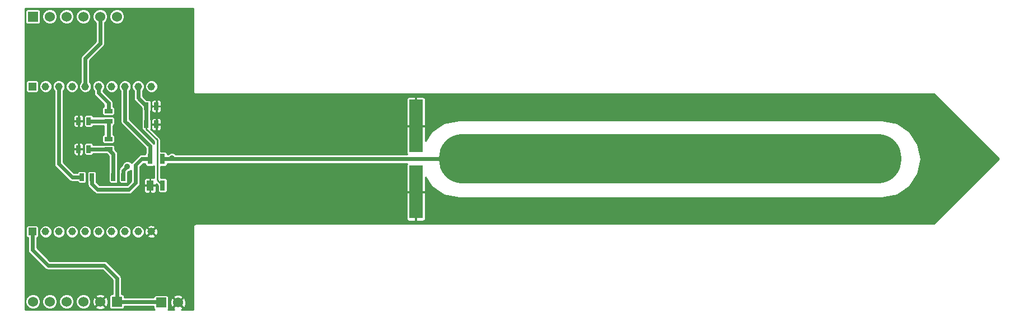
<source format=gtl>
G04 (created by PCBNEW (22-Jun-2014 BZR 4027)-stable) date Thu 31 Jul 2014 05:41:25 PM UTC*
%MOIN*%
G04 Gerber Fmt 3.4, Leading zero omitted, Abs format*
%FSLAX34Y34*%
G01*
G70*
G90*
G04 APERTURE LIST*
%ADD10C,0.00590551*%
%ADD11R,0.025X0.045*%
%ADD12R,0.06X0.06*%
%ADD13C,0.06*%
%ADD14C,0.0453*%
%ADD15R,0.0453X0.0453*%
%ADD16R,0.045X0.025*%
%ADD17R,0.0275591X0.0590551*%
%ADD18R,0.0393701X0.0590551*%
%ADD19O,2.75591X0.295276*%
%ADD20R,0.0787402X0.314961*%
%ADD21C,0.035*%
%ADD22C,0.024*%
%ADD23C,0.01*%
G04 APERTURE END LIST*
G54D10*
G54D11*
X30368Y-33513D03*
X29768Y-33513D03*
X31737Y-29281D03*
X32337Y-29281D03*
X31737Y-30364D03*
X32337Y-30364D03*
G54D12*
X32620Y-40994D03*
G54D13*
X33620Y-40994D03*
G54D12*
X29990Y-40939D03*
G54D13*
X28990Y-40939D03*
X27990Y-40939D03*
X26990Y-40939D03*
X25990Y-40939D03*
X24990Y-40939D03*
G54D12*
X24990Y-23939D03*
G54D13*
X25990Y-23939D03*
X26990Y-23939D03*
X27990Y-23939D03*
X28990Y-23939D03*
X29990Y-23939D03*
G54D14*
X32037Y-28100D03*
X28888Y-28100D03*
X29675Y-28100D03*
X30463Y-28100D03*
X31250Y-28100D03*
X28100Y-28100D03*
X27313Y-28100D03*
X26525Y-28100D03*
G54D15*
X24951Y-28100D03*
G54D14*
X25738Y-28100D03*
X32037Y-36761D03*
X28888Y-36761D03*
X29675Y-36761D03*
X30463Y-36761D03*
X31250Y-36761D03*
X28100Y-36761D03*
X27313Y-36761D03*
X26525Y-36761D03*
G54D15*
X24951Y-36761D03*
G54D14*
X25738Y-36761D03*
G54D16*
X29478Y-30172D03*
X29478Y-29572D03*
X29478Y-31845D03*
X29478Y-31245D03*
G54D11*
X28498Y-33513D03*
X27898Y-33513D03*
X27701Y-30167D03*
X28301Y-30167D03*
X27701Y-31840D03*
X28301Y-31840D03*
G54D17*
X32706Y-32431D03*
X31958Y-32431D03*
X32706Y-34005D03*
G54D18*
X31958Y-34005D03*
G54D19*
X62942Y-32431D03*
G54D20*
X47785Y-34399D03*
X47785Y-30462D03*
G54D21*
X30610Y-32874D03*
X33267Y-32381D03*
G54D22*
X24951Y-36761D02*
X24951Y-37844D01*
X29990Y-39537D02*
X29990Y-40939D01*
X29232Y-38779D02*
X29990Y-39537D01*
X25885Y-38779D02*
X29232Y-38779D01*
X24951Y-37844D02*
X25885Y-38779D01*
X29990Y-40939D02*
X32565Y-40939D01*
X32565Y-40939D02*
X32620Y-40994D01*
G54D23*
X31737Y-30364D02*
X31737Y-30654D01*
X32381Y-33681D02*
X32706Y-34005D01*
X32381Y-31299D02*
X32381Y-33681D01*
X31737Y-30654D02*
X32381Y-31299D01*
G54D22*
X31737Y-29281D02*
X31737Y-30364D01*
X31250Y-28100D02*
X31250Y-28794D01*
X31250Y-28794D02*
X31737Y-29281D01*
X28888Y-28100D02*
X28888Y-28494D01*
X29478Y-29084D02*
X29478Y-29572D01*
X28888Y-28494D02*
X29478Y-29084D01*
X31958Y-32431D02*
X31446Y-32431D01*
X28498Y-33912D02*
X28498Y-33513D01*
X28838Y-34251D02*
X28498Y-33912D01*
X30708Y-34251D02*
X28838Y-34251D01*
X31102Y-33858D02*
X30708Y-34251D01*
X31102Y-32775D02*
X31102Y-33858D01*
X31446Y-32431D02*
X31102Y-32775D01*
X30463Y-28100D02*
X30463Y-30167D01*
X31958Y-31663D02*
X31958Y-32431D01*
X30463Y-30167D02*
X31958Y-31663D01*
X26525Y-28100D02*
X26525Y-32725D01*
X27312Y-33513D02*
X27898Y-33513D01*
X26525Y-32725D02*
X27312Y-33513D01*
X28990Y-23939D02*
X28990Y-25537D01*
X28100Y-26427D02*
X28100Y-28100D01*
X28990Y-25537D02*
X28100Y-26427D01*
X28301Y-30167D02*
X29473Y-30167D01*
X29473Y-30167D02*
X29478Y-30172D01*
X29478Y-31245D02*
X29478Y-30172D01*
X29768Y-33513D02*
X29768Y-32135D01*
X29768Y-32135D02*
X29478Y-31845D01*
X28301Y-31840D02*
X29473Y-31840D01*
X29473Y-31840D02*
X29478Y-31845D01*
X30368Y-33115D02*
X30368Y-33513D01*
X30610Y-32874D02*
X30368Y-33115D01*
X33267Y-32381D02*
X33267Y-32431D01*
X62942Y-32431D02*
X33267Y-32431D01*
X33267Y-32431D02*
X32706Y-32431D01*
G54D10*
G36*
X82486Y-32431D02*
X78620Y-36296D01*
X77846Y-36296D01*
X77846Y-32431D01*
X77670Y-31545D01*
X77168Y-30795D01*
X76417Y-30293D01*
X75532Y-30117D01*
X50353Y-30117D01*
X49467Y-30293D01*
X48717Y-30795D01*
X48349Y-31345D01*
X48349Y-28854D01*
X48323Y-28791D01*
X48275Y-28743D01*
X48213Y-28717D01*
X48145Y-28717D01*
X47837Y-28717D01*
X47795Y-28760D01*
X47795Y-30452D01*
X48306Y-30452D01*
X48349Y-30410D01*
X48349Y-28854D01*
X48349Y-31345D01*
X48349Y-31346D01*
X48349Y-30515D01*
X48306Y-30472D01*
X47795Y-30472D01*
X47795Y-30480D01*
X47775Y-30480D01*
X47775Y-30472D01*
X47775Y-30452D01*
X47775Y-28760D01*
X47732Y-28717D01*
X47425Y-28717D01*
X47357Y-28717D01*
X47295Y-28743D01*
X47247Y-28791D01*
X47221Y-28854D01*
X47221Y-30410D01*
X47264Y-30452D01*
X47775Y-30452D01*
X47775Y-30472D01*
X47264Y-30472D01*
X47221Y-30515D01*
X47221Y-32071D01*
X47247Y-32133D01*
X47275Y-32161D01*
X33506Y-32161D01*
X33452Y-32106D01*
X33332Y-32056D01*
X33203Y-32056D01*
X33083Y-32106D01*
X33028Y-32161D01*
X32994Y-32161D01*
X32994Y-32106D01*
X32971Y-32050D01*
X32929Y-32008D01*
X32874Y-31985D01*
X32814Y-31985D01*
X32632Y-31985D01*
X32632Y-30555D01*
X32632Y-30172D01*
X32632Y-29472D01*
X32632Y-29090D01*
X32632Y-29022D01*
X32606Y-28960D01*
X32558Y-28912D01*
X32496Y-28886D01*
X32413Y-28886D01*
X32413Y-28025D01*
X32356Y-27887D01*
X32250Y-27781D01*
X32112Y-27723D01*
X31962Y-27723D01*
X31824Y-27781D01*
X31718Y-27886D01*
X31660Y-28025D01*
X31660Y-28174D01*
X31717Y-28313D01*
X31823Y-28419D01*
X31961Y-28476D01*
X32111Y-28476D01*
X32250Y-28419D01*
X32356Y-28313D01*
X32413Y-28175D01*
X32413Y-28025D01*
X32413Y-28886D01*
X32389Y-28886D01*
X32347Y-28928D01*
X32347Y-29271D01*
X32589Y-29271D01*
X32632Y-29228D01*
X32632Y-29090D01*
X32632Y-29472D01*
X32632Y-29333D01*
X32589Y-29291D01*
X32347Y-29291D01*
X32347Y-29633D01*
X32389Y-29676D01*
X32496Y-29676D01*
X32558Y-29650D01*
X32606Y-29602D01*
X32632Y-29540D01*
X32632Y-29472D01*
X32632Y-30172D01*
X32632Y-30105D01*
X32606Y-30042D01*
X32558Y-29994D01*
X32496Y-29969D01*
X32389Y-29969D01*
X32347Y-30011D01*
X32347Y-30354D01*
X32589Y-30354D01*
X32632Y-30311D01*
X32632Y-30172D01*
X32632Y-30555D01*
X32632Y-30416D01*
X32589Y-30374D01*
X32347Y-30374D01*
X32347Y-30716D01*
X32389Y-30759D01*
X32496Y-30759D01*
X32558Y-30733D01*
X32606Y-30685D01*
X32632Y-30623D01*
X32632Y-30555D01*
X32632Y-31985D01*
X32581Y-31985D01*
X32581Y-31299D01*
X32566Y-31222D01*
X32566Y-31222D01*
X32552Y-31201D01*
X32523Y-31157D01*
X32523Y-31157D01*
X32327Y-30961D01*
X32327Y-30716D01*
X32327Y-30374D01*
X32327Y-30354D01*
X32327Y-30011D01*
X32327Y-29633D01*
X32327Y-29291D01*
X32327Y-29271D01*
X32327Y-28928D01*
X32284Y-28886D01*
X32178Y-28886D01*
X32116Y-28912D01*
X32068Y-28960D01*
X32042Y-29022D01*
X32042Y-29090D01*
X32042Y-29228D01*
X32084Y-29271D01*
X32327Y-29271D01*
X32327Y-29291D01*
X32084Y-29291D01*
X32042Y-29333D01*
X32042Y-29472D01*
X32042Y-29540D01*
X32068Y-29602D01*
X32116Y-29650D01*
X32178Y-29676D01*
X32284Y-29676D01*
X32327Y-29633D01*
X32327Y-30011D01*
X32284Y-29969D01*
X32178Y-29969D01*
X32116Y-29994D01*
X32068Y-30042D01*
X32042Y-30105D01*
X32042Y-30172D01*
X32042Y-30311D01*
X32084Y-30354D01*
X32327Y-30354D01*
X32327Y-30374D01*
X32084Y-30374D01*
X32042Y-30416D01*
X32042Y-30555D01*
X32042Y-30623D01*
X32068Y-30685D01*
X32116Y-30733D01*
X32178Y-30759D01*
X32284Y-30759D01*
X32327Y-30716D01*
X32327Y-30961D01*
X32004Y-30638D01*
X32012Y-30619D01*
X32012Y-30559D01*
X32012Y-30109D01*
X32007Y-30097D01*
X32007Y-29548D01*
X32012Y-29536D01*
X32012Y-29476D01*
X32012Y-29026D01*
X31989Y-28971D01*
X31947Y-28929D01*
X31892Y-28906D01*
X31832Y-28906D01*
X31744Y-28906D01*
X31520Y-28682D01*
X31520Y-28362D01*
X31569Y-28313D01*
X31626Y-28175D01*
X31626Y-28025D01*
X31569Y-27887D01*
X31463Y-27781D01*
X31325Y-27723D01*
X31175Y-27723D01*
X31037Y-27781D01*
X30931Y-27886D01*
X30873Y-28025D01*
X30873Y-28174D01*
X30930Y-28313D01*
X30980Y-28362D01*
X30980Y-28794D01*
X31000Y-28897D01*
X31059Y-28985D01*
X31462Y-29388D01*
X31462Y-29536D01*
X31467Y-29548D01*
X31467Y-30097D01*
X31462Y-30109D01*
X31462Y-30168D01*
X31462Y-30618D01*
X31485Y-30674D01*
X31527Y-30716D01*
X31551Y-30726D01*
X31552Y-30731D01*
X31595Y-30796D01*
X32181Y-31382D01*
X32181Y-31520D01*
X32149Y-31472D01*
X32149Y-31472D01*
X30733Y-30055D01*
X30733Y-28362D01*
X30782Y-28313D01*
X30839Y-28175D01*
X30839Y-28025D01*
X30782Y-27887D01*
X30676Y-27781D01*
X30538Y-27723D01*
X30440Y-27723D01*
X30440Y-23850D01*
X30371Y-23685D01*
X30245Y-23558D01*
X30080Y-23489D01*
X29901Y-23489D01*
X29735Y-23558D01*
X29608Y-23684D01*
X29540Y-23849D01*
X29540Y-24028D01*
X29608Y-24194D01*
X29734Y-24321D01*
X29900Y-24389D01*
X30079Y-24389D01*
X30244Y-24321D01*
X30371Y-24195D01*
X30440Y-24029D01*
X30440Y-23850D01*
X30440Y-27723D01*
X30388Y-27723D01*
X30250Y-27781D01*
X30144Y-27886D01*
X30086Y-28025D01*
X30086Y-28174D01*
X30143Y-28313D01*
X30193Y-28362D01*
X30193Y-30167D01*
X30213Y-30271D01*
X30272Y-30358D01*
X31688Y-31775D01*
X31688Y-32063D01*
X31670Y-32105D01*
X31670Y-32161D01*
X31446Y-32161D01*
X31446Y-32161D01*
X31426Y-32165D01*
X31343Y-32181D01*
X31255Y-32240D01*
X31255Y-32240D01*
X30911Y-32584D01*
X30858Y-32663D01*
X30858Y-32663D01*
X30794Y-32598D01*
X30675Y-32549D01*
X30545Y-32548D01*
X30426Y-32598D01*
X30334Y-32689D01*
X30285Y-32809D01*
X30285Y-32817D01*
X30177Y-32924D01*
X30119Y-33012D01*
X30098Y-33115D01*
X30098Y-33246D01*
X30093Y-33258D01*
X30093Y-33318D01*
X30093Y-33768D01*
X30116Y-33823D01*
X30158Y-33865D01*
X30213Y-33888D01*
X30273Y-33888D01*
X30523Y-33888D01*
X30578Y-33866D01*
X30620Y-33823D01*
X30643Y-33768D01*
X30643Y-33709D01*
X30643Y-33259D01*
X30638Y-33246D01*
X30638Y-33227D01*
X30667Y-33199D01*
X30674Y-33199D01*
X30794Y-33149D01*
X30832Y-33111D01*
X30832Y-33746D01*
X30596Y-33981D01*
X30051Y-33981D01*
X30051Y-28025D01*
X29994Y-27887D01*
X29888Y-27781D01*
X29750Y-27723D01*
X29600Y-27723D01*
X29462Y-27781D01*
X29440Y-27802D01*
X29440Y-23850D01*
X29371Y-23685D01*
X29245Y-23558D01*
X29080Y-23489D01*
X28901Y-23489D01*
X28735Y-23558D01*
X28608Y-23684D01*
X28540Y-23849D01*
X28540Y-24028D01*
X28608Y-24194D01*
X28720Y-24306D01*
X28720Y-25425D01*
X28440Y-25705D01*
X28440Y-23850D01*
X28371Y-23685D01*
X28245Y-23558D01*
X28080Y-23489D01*
X27901Y-23489D01*
X27735Y-23558D01*
X27608Y-23684D01*
X27540Y-23849D01*
X27540Y-24028D01*
X27608Y-24194D01*
X27734Y-24321D01*
X27900Y-24389D01*
X28079Y-24389D01*
X28244Y-24321D01*
X28371Y-24195D01*
X28440Y-24029D01*
X28440Y-23850D01*
X28440Y-25705D01*
X27909Y-26236D01*
X27850Y-26324D01*
X27830Y-26427D01*
X27830Y-27837D01*
X27781Y-27886D01*
X27723Y-28025D01*
X27723Y-28174D01*
X27780Y-28313D01*
X27886Y-28419D01*
X28024Y-28476D01*
X28174Y-28476D01*
X28313Y-28419D01*
X28419Y-28313D01*
X28476Y-28175D01*
X28476Y-28025D01*
X28419Y-27887D01*
X28370Y-27837D01*
X28370Y-26539D01*
X29181Y-25728D01*
X29239Y-25640D01*
X29239Y-25640D01*
X29260Y-25537D01*
X29260Y-24306D01*
X29371Y-24195D01*
X29440Y-24029D01*
X29440Y-23850D01*
X29440Y-27802D01*
X29356Y-27886D01*
X29298Y-28025D01*
X29298Y-28174D01*
X29355Y-28313D01*
X29461Y-28419D01*
X29599Y-28476D01*
X29749Y-28476D01*
X29888Y-28419D01*
X29994Y-28313D01*
X30051Y-28175D01*
X30051Y-28025D01*
X30051Y-33981D01*
X30043Y-33981D01*
X30043Y-33709D01*
X30043Y-33259D01*
X30038Y-33246D01*
X30038Y-32135D01*
X30018Y-32032D01*
X30018Y-32032D01*
X29959Y-31944D01*
X29959Y-31944D01*
X29853Y-31838D01*
X29853Y-31690D01*
X29853Y-31340D01*
X29853Y-31090D01*
X29830Y-31035D01*
X29788Y-30993D01*
X29748Y-30976D01*
X29748Y-30440D01*
X29788Y-30424D01*
X29830Y-30382D01*
X29853Y-30327D01*
X29853Y-30267D01*
X29853Y-30017D01*
X29853Y-29667D01*
X29853Y-29417D01*
X29830Y-29362D01*
X29788Y-29319D01*
X29748Y-29303D01*
X29748Y-29084D01*
X29727Y-28981D01*
X29727Y-28981D01*
X29669Y-28893D01*
X29669Y-28893D01*
X29158Y-28382D01*
X29158Y-28362D01*
X29207Y-28313D01*
X29264Y-28175D01*
X29264Y-28025D01*
X29207Y-27887D01*
X29101Y-27781D01*
X28963Y-27723D01*
X28813Y-27723D01*
X28675Y-27781D01*
X28569Y-27886D01*
X28511Y-28025D01*
X28511Y-28174D01*
X28568Y-28313D01*
X28618Y-28362D01*
X28618Y-28494D01*
X28638Y-28597D01*
X28697Y-28685D01*
X29208Y-29196D01*
X29208Y-29303D01*
X29168Y-29319D01*
X29126Y-29361D01*
X29103Y-29417D01*
X29103Y-29476D01*
X29103Y-29726D01*
X29126Y-29781D01*
X29168Y-29824D01*
X29223Y-29847D01*
X29283Y-29847D01*
X29733Y-29847D01*
X29788Y-29824D01*
X29830Y-29782D01*
X29853Y-29727D01*
X29853Y-29667D01*
X29853Y-30017D01*
X29830Y-29962D01*
X29788Y-29919D01*
X29733Y-29897D01*
X29673Y-29897D01*
X29223Y-29897D01*
X29222Y-29897D01*
X28570Y-29897D01*
X28554Y-29857D01*
X28512Y-29815D01*
X28456Y-29792D01*
X28397Y-29792D01*
X28147Y-29792D01*
X28092Y-29815D01*
X28049Y-29857D01*
X28026Y-29912D01*
X28026Y-29972D01*
X28026Y-30422D01*
X28049Y-30477D01*
X28091Y-30519D01*
X28147Y-30542D01*
X28206Y-30542D01*
X28456Y-30542D01*
X28511Y-30519D01*
X28554Y-30477D01*
X28570Y-30437D01*
X29200Y-30437D01*
X29208Y-30440D01*
X29208Y-30976D01*
X29168Y-30993D01*
X29126Y-31035D01*
X29103Y-31090D01*
X29103Y-31149D01*
X29103Y-31399D01*
X29126Y-31455D01*
X29168Y-31497D01*
X29223Y-31520D01*
X29283Y-31520D01*
X29733Y-31520D01*
X29788Y-31497D01*
X29830Y-31455D01*
X29853Y-31400D01*
X29853Y-31340D01*
X29853Y-31690D01*
X29830Y-31635D01*
X29788Y-31593D01*
X29733Y-31570D01*
X29673Y-31570D01*
X29223Y-31570D01*
X29222Y-31570D01*
X28570Y-31570D01*
X28554Y-31530D01*
X28512Y-31488D01*
X28456Y-31465D01*
X28397Y-31465D01*
X28147Y-31465D01*
X28092Y-31488D01*
X28049Y-31530D01*
X28026Y-31585D01*
X28026Y-31645D01*
X28026Y-32095D01*
X28049Y-32150D01*
X28091Y-32192D01*
X28147Y-32215D01*
X28206Y-32215D01*
X28456Y-32215D01*
X28511Y-32192D01*
X28554Y-32150D01*
X28570Y-32110D01*
X29200Y-32110D01*
X29223Y-32120D01*
X29283Y-32120D01*
X29371Y-32120D01*
X29498Y-32247D01*
X29498Y-33246D01*
X29493Y-33258D01*
X29493Y-33318D01*
X29493Y-33768D01*
X29516Y-33823D01*
X29558Y-33865D01*
X29613Y-33888D01*
X29673Y-33888D01*
X29923Y-33888D01*
X29978Y-33866D01*
X30020Y-33823D01*
X30043Y-33768D01*
X30043Y-33709D01*
X30043Y-33981D01*
X28950Y-33981D01*
X28768Y-33800D01*
X28768Y-33780D01*
X28773Y-33768D01*
X28773Y-33709D01*
X28773Y-33259D01*
X28751Y-33203D01*
X28708Y-33161D01*
X28653Y-33138D01*
X28594Y-33138D01*
X28344Y-33138D01*
X28288Y-33161D01*
X28246Y-33203D01*
X28223Y-33258D01*
X28223Y-33318D01*
X28223Y-33768D01*
X28228Y-33780D01*
X28228Y-33912D01*
X28249Y-34015D01*
X28307Y-34103D01*
X28647Y-34442D01*
X28735Y-34501D01*
X28735Y-34501D01*
X28838Y-34521D01*
X30708Y-34521D01*
X30811Y-34501D01*
X30811Y-34501D01*
X30899Y-34442D01*
X31293Y-34049D01*
X31293Y-34049D01*
X31293Y-34049D01*
X31351Y-33961D01*
X31351Y-33961D01*
X31372Y-33858D01*
X31372Y-32887D01*
X31558Y-32701D01*
X31670Y-32701D01*
X31670Y-32756D01*
X31693Y-32811D01*
X31735Y-32853D01*
X31790Y-32876D01*
X31850Y-32876D01*
X32126Y-32876D01*
X32181Y-32853D01*
X32181Y-32853D01*
X32181Y-33540D01*
X32011Y-33540D01*
X31968Y-33583D01*
X31968Y-33995D01*
X32283Y-33995D01*
X32325Y-33953D01*
X32325Y-33907D01*
X32418Y-34000D01*
X32418Y-34330D01*
X32441Y-34386D01*
X32483Y-34428D01*
X32538Y-34451D01*
X32598Y-34451D01*
X32874Y-34451D01*
X32929Y-34428D01*
X32971Y-34386D01*
X32994Y-34331D01*
X32994Y-34271D01*
X32994Y-33680D01*
X32971Y-33625D01*
X32929Y-33583D01*
X32874Y-33560D01*
X32814Y-33560D01*
X32581Y-33560D01*
X32581Y-32876D01*
X32598Y-32876D01*
X32874Y-32876D01*
X32929Y-32853D01*
X32971Y-32811D01*
X32994Y-32756D01*
X32994Y-32701D01*
X33188Y-32701D01*
X33202Y-32706D01*
X33332Y-32706D01*
X33346Y-32701D01*
X47275Y-32701D01*
X47247Y-32728D01*
X47221Y-32791D01*
X47221Y-34347D01*
X47264Y-34389D01*
X47775Y-34389D01*
X47775Y-34381D01*
X47795Y-34381D01*
X47795Y-34389D01*
X48306Y-34389D01*
X48349Y-34347D01*
X48349Y-33516D01*
X48717Y-34067D01*
X49467Y-34568D01*
X50353Y-34744D01*
X75532Y-34744D01*
X76417Y-34568D01*
X77168Y-34067D01*
X77670Y-33316D01*
X77846Y-32431D01*
X77846Y-36296D01*
X76722Y-36296D01*
X48349Y-36296D01*
X48349Y-36008D01*
X48349Y-34452D01*
X48306Y-34409D01*
X47795Y-34409D01*
X47795Y-36101D01*
X47837Y-36144D01*
X48145Y-36144D01*
X48213Y-36144D01*
X48275Y-36118D01*
X48323Y-36070D01*
X48349Y-36008D01*
X48349Y-36296D01*
X47775Y-36296D01*
X47775Y-36101D01*
X47775Y-34409D01*
X47264Y-34409D01*
X47221Y-34452D01*
X47221Y-36008D01*
X47247Y-36070D01*
X47295Y-36118D01*
X47357Y-36144D01*
X47425Y-36144D01*
X47732Y-36144D01*
X47775Y-36101D01*
X47775Y-36296D01*
X34694Y-36296D01*
X34629Y-36309D01*
X34574Y-36346D01*
X34538Y-36401D01*
X34525Y-36466D01*
X34525Y-41414D01*
X34091Y-41414D01*
X34091Y-40909D01*
X34023Y-40735D01*
X34013Y-40720D01*
X33935Y-40692D01*
X33921Y-40706D01*
X33921Y-40678D01*
X33893Y-40600D01*
X33722Y-40525D01*
X33535Y-40522D01*
X33361Y-40590D01*
X33346Y-40600D01*
X33318Y-40678D01*
X33620Y-40979D01*
X33921Y-40678D01*
X33921Y-40706D01*
X33634Y-40994D01*
X33935Y-41295D01*
X34013Y-41267D01*
X34088Y-41096D01*
X34091Y-40909D01*
X34091Y-41414D01*
X33834Y-41414D01*
X33878Y-41397D01*
X33893Y-41387D01*
X33921Y-41309D01*
X33620Y-41008D01*
X33605Y-41022D01*
X33605Y-40994D01*
X33304Y-40692D01*
X33226Y-40720D01*
X33151Y-40891D01*
X33148Y-41078D01*
X33216Y-41252D01*
X33226Y-41267D01*
X33304Y-41295D01*
X33605Y-40994D01*
X33605Y-41022D01*
X33318Y-41309D01*
X33346Y-41387D01*
X33409Y-41414D01*
X33011Y-41414D01*
X33047Y-41379D01*
X33070Y-41324D01*
X33070Y-41264D01*
X33070Y-40664D01*
X33047Y-40609D01*
X33005Y-40567D01*
X32950Y-40544D01*
X32890Y-40544D01*
X32434Y-40544D01*
X32434Y-36688D01*
X32376Y-36542D01*
X32369Y-36532D01*
X32325Y-36520D01*
X32325Y-34267D01*
X32325Y-34058D01*
X32283Y-34015D01*
X31968Y-34015D01*
X31968Y-34428D01*
X32011Y-34471D01*
X32189Y-34471D01*
X32251Y-34445D01*
X32299Y-34397D01*
X32325Y-34335D01*
X32325Y-34267D01*
X32325Y-36520D01*
X32299Y-36513D01*
X32285Y-36527D01*
X32285Y-36499D01*
X32266Y-36428D01*
X32121Y-36366D01*
X31963Y-36364D01*
X31948Y-36370D01*
X31948Y-34428D01*
X31948Y-34015D01*
X31948Y-33995D01*
X31948Y-33583D01*
X31906Y-33540D01*
X31728Y-33540D01*
X31665Y-33566D01*
X31617Y-33614D01*
X31591Y-33676D01*
X31591Y-33744D01*
X31591Y-33953D01*
X31634Y-33995D01*
X31948Y-33995D01*
X31948Y-34015D01*
X31634Y-34015D01*
X31591Y-34058D01*
X31591Y-34267D01*
X31591Y-34335D01*
X31617Y-34397D01*
X31665Y-34445D01*
X31728Y-34471D01*
X31906Y-34471D01*
X31948Y-34428D01*
X31948Y-36370D01*
X31817Y-36422D01*
X31807Y-36428D01*
X31788Y-36499D01*
X32037Y-36747D01*
X32285Y-36499D01*
X32285Y-36527D01*
X32051Y-36761D01*
X32299Y-37010D01*
X32369Y-36991D01*
X32432Y-36846D01*
X32434Y-36688D01*
X32434Y-40544D01*
X32290Y-40544D01*
X32285Y-40545D01*
X32285Y-37024D01*
X32037Y-36775D01*
X32022Y-36790D01*
X32022Y-36761D01*
X31774Y-36513D01*
X31704Y-36532D01*
X31641Y-36677D01*
X31639Y-36834D01*
X31697Y-36981D01*
X31704Y-36991D01*
X31774Y-37010D01*
X32022Y-36761D01*
X32022Y-36790D01*
X31788Y-37024D01*
X31807Y-37094D01*
X31952Y-37157D01*
X32110Y-37159D01*
X32256Y-37101D01*
X32266Y-37094D01*
X32285Y-37024D01*
X32285Y-40545D01*
X32235Y-40566D01*
X32192Y-40609D01*
X32170Y-40664D01*
X32170Y-40669D01*
X31626Y-40669D01*
X31626Y-36687D01*
X31569Y-36548D01*
X31463Y-36442D01*
X31325Y-36385D01*
X31175Y-36385D01*
X31037Y-36442D01*
X30931Y-36548D01*
X30873Y-36686D01*
X30873Y-36836D01*
X30930Y-36974D01*
X31036Y-37080D01*
X31174Y-37138D01*
X31324Y-37138D01*
X31463Y-37081D01*
X31569Y-36975D01*
X31626Y-36837D01*
X31626Y-36687D01*
X31626Y-40669D01*
X30839Y-40669D01*
X30839Y-36687D01*
X30782Y-36548D01*
X30676Y-36442D01*
X30538Y-36385D01*
X30388Y-36385D01*
X30250Y-36442D01*
X30144Y-36548D01*
X30086Y-36686D01*
X30086Y-36836D01*
X30143Y-36974D01*
X30249Y-37080D01*
X30387Y-37138D01*
X30537Y-37138D01*
X30676Y-37081D01*
X30782Y-36975D01*
X30839Y-36837D01*
X30839Y-36687D01*
X30839Y-40669D01*
X30440Y-40669D01*
X30440Y-40610D01*
X30417Y-40554D01*
X30375Y-40512D01*
X30320Y-40489D01*
X30260Y-40489D01*
X30260Y-40489D01*
X30260Y-39537D01*
X30239Y-39434D01*
X30239Y-39434D01*
X30181Y-39346D01*
X30051Y-39217D01*
X30051Y-36687D01*
X29994Y-36548D01*
X29888Y-36442D01*
X29750Y-36385D01*
X29600Y-36385D01*
X29462Y-36442D01*
X29356Y-36548D01*
X29298Y-36686D01*
X29298Y-36836D01*
X29355Y-36974D01*
X29461Y-37080D01*
X29599Y-37138D01*
X29749Y-37138D01*
X29888Y-37081D01*
X29994Y-36975D01*
X30051Y-36837D01*
X30051Y-36687D01*
X30051Y-39217D01*
X29423Y-38588D01*
X29335Y-38530D01*
X29264Y-38515D01*
X29264Y-36687D01*
X29207Y-36548D01*
X29101Y-36442D01*
X28963Y-36385D01*
X28813Y-36385D01*
X28675Y-36442D01*
X28569Y-36548D01*
X28511Y-36686D01*
X28511Y-36836D01*
X28568Y-36974D01*
X28674Y-37080D01*
X28812Y-37138D01*
X28962Y-37138D01*
X29101Y-37081D01*
X29207Y-36975D01*
X29264Y-36837D01*
X29264Y-36687D01*
X29264Y-38515D01*
X29232Y-38509D01*
X28476Y-38509D01*
X28476Y-36687D01*
X28419Y-36548D01*
X28313Y-36442D01*
X28175Y-36385D01*
X28173Y-36385D01*
X28173Y-33709D01*
X28173Y-33259D01*
X28151Y-33203D01*
X28108Y-33161D01*
X28053Y-33138D01*
X27996Y-33138D01*
X27996Y-32031D01*
X27996Y-31649D01*
X27996Y-30358D01*
X27996Y-29975D01*
X27996Y-29908D01*
X27971Y-29845D01*
X27923Y-29798D01*
X27860Y-29772D01*
X27754Y-29772D01*
X27711Y-29814D01*
X27711Y-30157D01*
X27954Y-30157D01*
X27996Y-30114D01*
X27996Y-29975D01*
X27996Y-30358D01*
X27996Y-30219D01*
X27954Y-30177D01*
X27711Y-30177D01*
X27711Y-30519D01*
X27754Y-30562D01*
X27860Y-30562D01*
X27923Y-30536D01*
X27971Y-30488D01*
X27996Y-30426D01*
X27996Y-30358D01*
X27996Y-31649D01*
X27996Y-31581D01*
X27971Y-31519D01*
X27923Y-31471D01*
X27860Y-31445D01*
X27754Y-31445D01*
X27711Y-31488D01*
X27711Y-31830D01*
X27954Y-31830D01*
X27996Y-31788D01*
X27996Y-31649D01*
X27996Y-32031D01*
X27996Y-31893D01*
X27954Y-31850D01*
X27711Y-31850D01*
X27711Y-32193D01*
X27754Y-32235D01*
X27860Y-32235D01*
X27923Y-32209D01*
X27971Y-32161D01*
X27996Y-32099D01*
X27996Y-32031D01*
X27996Y-33138D01*
X27994Y-33138D01*
X27744Y-33138D01*
X27691Y-33160D01*
X27691Y-32193D01*
X27691Y-31850D01*
X27691Y-31830D01*
X27691Y-31488D01*
X27691Y-30519D01*
X27691Y-30177D01*
X27691Y-30157D01*
X27691Y-29814D01*
X27689Y-29812D01*
X27689Y-28025D01*
X27632Y-27887D01*
X27526Y-27781D01*
X27440Y-27745D01*
X27440Y-23850D01*
X27371Y-23685D01*
X27245Y-23558D01*
X27080Y-23489D01*
X26901Y-23489D01*
X26735Y-23558D01*
X26608Y-23684D01*
X26540Y-23849D01*
X26540Y-24028D01*
X26608Y-24194D01*
X26734Y-24321D01*
X26900Y-24389D01*
X27079Y-24389D01*
X27244Y-24321D01*
X27371Y-24195D01*
X27440Y-24029D01*
X27440Y-23850D01*
X27440Y-27745D01*
X27388Y-27723D01*
X27238Y-27723D01*
X27100Y-27781D01*
X26994Y-27886D01*
X26936Y-28025D01*
X26936Y-28174D01*
X26993Y-28313D01*
X27099Y-28419D01*
X27237Y-28476D01*
X27387Y-28476D01*
X27526Y-28419D01*
X27632Y-28313D01*
X27689Y-28175D01*
X27689Y-28025D01*
X27689Y-29812D01*
X27649Y-29772D01*
X27543Y-29772D01*
X27480Y-29798D01*
X27432Y-29845D01*
X27406Y-29908D01*
X27406Y-29975D01*
X27406Y-30114D01*
X27449Y-30157D01*
X27691Y-30157D01*
X27691Y-30177D01*
X27449Y-30177D01*
X27406Y-30219D01*
X27406Y-30358D01*
X27406Y-30426D01*
X27432Y-30488D01*
X27480Y-30536D01*
X27543Y-30562D01*
X27649Y-30562D01*
X27691Y-30519D01*
X27691Y-31488D01*
X27649Y-31445D01*
X27543Y-31445D01*
X27480Y-31471D01*
X27432Y-31519D01*
X27406Y-31581D01*
X27406Y-31649D01*
X27406Y-31788D01*
X27449Y-31830D01*
X27691Y-31830D01*
X27691Y-31850D01*
X27449Y-31850D01*
X27406Y-31893D01*
X27406Y-32031D01*
X27406Y-32099D01*
X27432Y-32161D01*
X27480Y-32209D01*
X27543Y-32235D01*
X27649Y-32235D01*
X27691Y-32193D01*
X27691Y-33160D01*
X27688Y-33161D01*
X27646Y-33203D01*
X27630Y-33243D01*
X27424Y-33243D01*
X26795Y-32614D01*
X26795Y-28362D01*
X26844Y-28313D01*
X26901Y-28175D01*
X26901Y-28025D01*
X26844Y-27887D01*
X26738Y-27781D01*
X26600Y-27723D01*
X26450Y-27723D01*
X26440Y-27728D01*
X26440Y-23850D01*
X26371Y-23685D01*
X26245Y-23558D01*
X26080Y-23489D01*
X25901Y-23489D01*
X25735Y-23558D01*
X25608Y-23684D01*
X25540Y-23849D01*
X25540Y-24028D01*
X25608Y-24194D01*
X25734Y-24321D01*
X25900Y-24389D01*
X26079Y-24389D01*
X26244Y-24321D01*
X26371Y-24195D01*
X26440Y-24029D01*
X26440Y-23850D01*
X26440Y-27728D01*
X26312Y-27781D01*
X26206Y-27886D01*
X26148Y-28025D01*
X26148Y-28174D01*
X26205Y-28313D01*
X26255Y-28362D01*
X26255Y-32725D01*
X26275Y-32829D01*
X26334Y-32916D01*
X27122Y-33704D01*
X27209Y-33763D01*
X27209Y-33763D01*
X27312Y-33783D01*
X27630Y-33783D01*
X27646Y-33823D01*
X27688Y-33865D01*
X27743Y-33888D01*
X27803Y-33888D01*
X28053Y-33888D01*
X28108Y-33866D01*
X28150Y-33823D01*
X28173Y-33768D01*
X28173Y-33709D01*
X28173Y-36385D01*
X28025Y-36385D01*
X27887Y-36442D01*
X27781Y-36548D01*
X27723Y-36686D01*
X27723Y-36836D01*
X27780Y-36974D01*
X27886Y-37080D01*
X28024Y-37138D01*
X28174Y-37138D01*
X28313Y-37081D01*
X28419Y-36975D01*
X28476Y-36837D01*
X28476Y-36687D01*
X28476Y-38509D01*
X27689Y-38509D01*
X27689Y-36687D01*
X27632Y-36548D01*
X27526Y-36442D01*
X27388Y-36385D01*
X27238Y-36385D01*
X27100Y-36442D01*
X26994Y-36548D01*
X26936Y-36686D01*
X26936Y-36836D01*
X26993Y-36974D01*
X27099Y-37080D01*
X27237Y-37138D01*
X27387Y-37138D01*
X27526Y-37081D01*
X27632Y-36975D01*
X27689Y-36837D01*
X27689Y-36687D01*
X27689Y-38509D01*
X26901Y-38509D01*
X26901Y-36687D01*
X26844Y-36548D01*
X26738Y-36442D01*
X26600Y-36385D01*
X26450Y-36385D01*
X26312Y-36442D01*
X26206Y-36548D01*
X26148Y-36686D01*
X26148Y-36836D01*
X26205Y-36974D01*
X26311Y-37080D01*
X26449Y-37138D01*
X26599Y-37138D01*
X26738Y-37081D01*
X26844Y-36975D01*
X26901Y-36837D01*
X26901Y-36687D01*
X26901Y-38509D01*
X26114Y-38509D01*
X26114Y-36687D01*
X26114Y-28025D01*
X26057Y-27887D01*
X25951Y-27781D01*
X25813Y-27723D01*
X25663Y-27723D01*
X25525Y-27781D01*
X25440Y-27865D01*
X25440Y-24210D01*
X25440Y-23610D01*
X25417Y-23554D01*
X25375Y-23512D01*
X25320Y-23489D01*
X25260Y-23489D01*
X24660Y-23489D01*
X24605Y-23512D01*
X24563Y-23554D01*
X24540Y-23609D01*
X24540Y-23669D01*
X24540Y-24269D01*
X24562Y-24324D01*
X24605Y-24366D01*
X24660Y-24389D01*
X24719Y-24389D01*
X25319Y-24389D01*
X25375Y-24367D01*
X25417Y-24324D01*
X25440Y-24269D01*
X25440Y-24210D01*
X25440Y-27865D01*
X25419Y-27886D01*
X25361Y-28025D01*
X25361Y-28174D01*
X25418Y-28313D01*
X25524Y-28419D01*
X25662Y-28476D01*
X25812Y-28476D01*
X25951Y-28419D01*
X26057Y-28313D01*
X26114Y-28175D01*
X26114Y-28025D01*
X26114Y-36687D01*
X26057Y-36548D01*
X25951Y-36442D01*
X25813Y-36385D01*
X25663Y-36385D01*
X25525Y-36442D01*
X25419Y-36548D01*
X25361Y-36686D01*
X25361Y-36836D01*
X25418Y-36974D01*
X25524Y-37080D01*
X25662Y-37138D01*
X25812Y-37138D01*
X25951Y-37081D01*
X26057Y-36975D01*
X26114Y-36837D01*
X26114Y-36687D01*
X26114Y-38509D01*
X25997Y-38509D01*
X25221Y-37732D01*
X25221Y-37132D01*
X25262Y-37115D01*
X25304Y-37073D01*
X25327Y-37018D01*
X25327Y-36958D01*
X25327Y-36505D01*
X25327Y-28297D01*
X25327Y-27844D01*
X25304Y-27789D01*
X25262Y-27746D01*
X25207Y-27723D01*
X25147Y-27723D01*
X24694Y-27723D01*
X24639Y-27746D01*
X24597Y-27788D01*
X24574Y-27843D01*
X24574Y-27903D01*
X24574Y-28356D01*
X24597Y-28411D01*
X24639Y-28453D01*
X24694Y-28476D01*
X24754Y-28476D01*
X25207Y-28476D01*
X25262Y-28454D01*
X25304Y-28411D01*
X25327Y-28356D01*
X25327Y-28297D01*
X25327Y-36505D01*
X25304Y-36450D01*
X25262Y-36408D01*
X25207Y-36385D01*
X25147Y-36385D01*
X24694Y-36385D01*
X24639Y-36408D01*
X24597Y-36450D01*
X24574Y-36505D01*
X24574Y-36565D01*
X24574Y-37018D01*
X24597Y-37073D01*
X24639Y-37115D01*
X24681Y-37132D01*
X24681Y-37844D01*
X24701Y-37948D01*
X24760Y-38035D01*
X25694Y-38970D01*
X25782Y-39028D01*
X25782Y-39028D01*
X25885Y-39049D01*
X29120Y-39049D01*
X29720Y-39649D01*
X29720Y-40489D01*
X29660Y-40489D01*
X29605Y-40512D01*
X29563Y-40554D01*
X29540Y-40609D01*
X29540Y-40669D01*
X29540Y-41269D01*
X29562Y-41324D01*
X29605Y-41366D01*
X29660Y-41389D01*
X29719Y-41389D01*
X30319Y-41389D01*
X30375Y-41367D01*
X30417Y-41324D01*
X30440Y-41269D01*
X30440Y-41210D01*
X30440Y-41209D01*
X32170Y-41209D01*
X32170Y-41323D01*
X32192Y-41378D01*
X32228Y-41414D01*
X29461Y-41414D01*
X29461Y-40854D01*
X29393Y-40680D01*
X29383Y-40666D01*
X29305Y-40638D01*
X29291Y-40652D01*
X29291Y-40623D01*
X29263Y-40546D01*
X29092Y-40471D01*
X28905Y-40468D01*
X28731Y-40536D01*
X28716Y-40546D01*
X28688Y-40623D01*
X28990Y-40925D01*
X29291Y-40623D01*
X29291Y-40652D01*
X29004Y-40939D01*
X29305Y-41241D01*
X29383Y-41213D01*
X29458Y-41041D01*
X29461Y-40854D01*
X29461Y-41414D01*
X29291Y-41414D01*
X29291Y-41255D01*
X28990Y-40953D01*
X28976Y-40968D01*
X28976Y-40939D01*
X28674Y-40638D01*
X28596Y-40666D01*
X28521Y-40837D01*
X28518Y-41024D01*
X28586Y-41198D01*
X28596Y-41213D01*
X28674Y-41241D01*
X28976Y-40939D01*
X28976Y-40968D01*
X28688Y-41255D01*
X28716Y-41333D01*
X28888Y-41407D01*
X29074Y-41411D01*
X29249Y-41343D01*
X29263Y-41333D01*
X29291Y-41255D01*
X29291Y-41414D01*
X28440Y-41414D01*
X28440Y-40850D01*
X28371Y-40685D01*
X28245Y-40558D01*
X28080Y-40489D01*
X27901Y-40489D01*
X27735Y-40558D01*
X27608Y-40684D01*
X27540Y-40849D01*
X27540Y-41028D01*
X27608Y-41194D01*
X27734Y-41321D01*
X27900Y-41389D01*
X28079Y-41389D01*
X28244Y-41321D01*
X28371Y-41195D01*
X28440Y-41029D01*
X28440Y-40850D01*
X28440Y-41414D01*
X27440Y-41414D01*
X27440Y-40850D01*
X27371Y-40685D01*
X27245Y-40558D01*
X27080Y-40489D01*
X26901Y-40489D01*
X26735Y-40558D01*
X26608Y-40684D01*
X26540Y-40849D01*
X26540Y-41028D01*
X26608Y-41194D01*
X26734Y-41321D01*
X26900Y-41389D01*
X27079Y-41389D01*
X27244Y-41321D01*
X27371Y-41195D01*
X27440Y-41029D01*
X27440Y-40850D01*
X27440Y-41414D01*
X26440Y-41414D01*
X26440Y-40850D01*
X26371Y-40685D01*
X26245Y-40558D01*
X26080Y-40489D01*
X25901Y-40489D01*
X25735Y-40558D01*
X25608Y-40684D01*
X25540Y-40849D01*
X25540Y-41028D01*
X25608Y-41194D01*
X25734Y-41321D01*
X25900Y-41389D01*
X26079Y-41389D01*
X26244Y-41321D01*
X26371Y-41195D01*
X26440Y-41029D01*
X26440Y-40850D01*
X26440Y-41414D01*
X25440Y-41414D01*
X25440Y-40850D01*
X25371Y-40685D01*
X25245Y-40558D01*
X25080Y-40489D01*
X24901Y-40489D01*
X24735Y-40558D01*
X24608Y-40684D01*
X24540Y-40849D01*
X24540Y-41028D01*
X24608Y-41194D01*
X24734Y-41321D01*
X24900Y-41389D01*
X25079Y-41389D01*
X25244Y-41321D01*
X25371Y-41195D01*
X25440Y-41029D01*
X25440Y-40850D01*
X25440Y-41414D01*
X24529Y-41414D01*
X24529Y-23447D01*
X34525Y-23447D01*
X34525Y-28395D01*
X34538Y-28460D01*
X34574Y-28515D01*
X34629Y-28552D01*
X34694Y-28565D01*
X76722Y-28565D01*
X78620Y-28565D01*
X82486Y-32431D01*
X82486Y-32431D01*
G37*
G54D23*
X82486Y-32431D02*
X78620Y-36296D01*
X77846Y-36296D01*
X77846Y-32431D01*
X77670Y-31545D01*
X77168Y-30795D01*
X76417Y-30293D01*
X75532Y-30117D01*
X50353Y-30117D01*
X49467Y-30293D01*
X48717Y-30795D01*
X48349Y-31345D01*
X48349Y-28854D01*
X48323Y-28791D01*
X48275Y-28743D01*
X48213Y-28717D01*
X48145Y-28717D01*
X47837Y-28717D01*
X47795Y-28760D01*
X47795Y-30452D01*
X48306Y-30452D01*
X48349Y-30410D01*
X48349Y-28854D01*
X48349Y-31345D01*
X48349Y-31346D01*
X48349Y-30515D01*
X48306Y-30472D01*
X47795Y-30472D01*
X47795Y-30480D01*
X47775Y-30480D01*
X47775Y-30472D01*
X47775Y-30452D01*
X47775Y-28760D01*
X47732Y-28717D01*
X47425Y-28717D01*
X47357Y-28717D01*
X47295Y-28743D01*
X47247Y-28791D01*
X47221Y-28854D01*
X47221Y-30410D01*
X47264Y-30452D01*
X47775Y-30452D01*
X47775Y-30472D01*
X47264Y-30472D01*
X47221Y-30515D01*
X47221Y-32071D01*
X47247Y-32133D01*
X47275Y-32161D01*
X33506Y-32161D01*
X33452Y-32106D01*
X33332Y-32056D01*
X33203Y-32056D01*
X33083Y-32106D01*
X33028Y-32161D01*
X32994Y-32161D01*
X32994Y-32106D01*
X32971Y-32050D01*
X32929Y-32008D01*
X32874Y-31985D01*
X32814Y-31985D01*
X32632Y-31985D01*
X32632Y-30555D01*
X32632Y-30172D01*
X32632Y-29472D01*
X32632Y-29090D01*
X32632Y-29022D01*
X32606Y-28960D01*
X32558Y-28912D01*
X32496Y-28886D01*
X32413Y-28886D01*
X32413Y-28025D01*
X32356Y-27887D01*
X32250Y-27781D01*
X32112Y-27723D01*
X31962Y-27723D01*
X31824Y-27781D01*
X31718Y-27886D01*
X31660Y-28025D01*
X31660Y-28174D01*
X31717Y-28313D01*
X31823Y-28419D01*
X31961Y-28476D01*
X32111Y-28476D01*
X32250Y-28419D01*
X32356Y-28313D01*
X32413Y-28175D01*
X32413Y-28025D01*
X32413Y-28886D01*
X32389Y-28886D01*
X32347Y-28928D01*
X32347Y-29271D01*
X32589Y-29271D01*
X32632Y-29228D01*
X32632Y-29090D01*
X32632Y-29472D01*
X32632Y-29333D01*
X32589Y-29291D01*
X32347Y-29291D01*
X32347Y-29633D01*
X32389Y-29676D01*
X32496Y-29676D01*
X32558Y-29650D01*
X32606Y-29602D01*
X32632Y-29540D01*
X32632Y-29472D01*
X32632Y-30172D01*
X32632Y-30105D01*
X32606Y-30042D01*
X32558Y-29994D01*
X32496Y-29969D01*
X32389Y-29969D01*
X32347Y-30011D01*
X32347Y-30354D01*
X32589Y-30354D01*
X32632Y-30311D01*
X32632Y-30172D01*
X32632Y-30555D01*
X32632Y-30416D01*
X32589Y-30374D01*
X32347Y-30374D01*
X32347Y-30716D01*
X32389Y-30759D01*
X32496Y-30759D01*
X32558Y-30733D01*
X32606Y-30685D01*
X32632Y-30623D01*
X32632Y-30555D01*
X32632Y-31985D01*
X32581Y-31985D01*
X32581Y-31299D01*
X32566Y-31222D01*
X32566Y-31222D01*
X32552Y-31201D01*
X32523Y-31157D01*
X32523Y-31157D01*
X32327Y-30961D01*
X32327Y-30716D01*
X32327Y-30374D01*
X32327Y-30354D01*
X32327Y-30011D01*
X32327Y-29633D01*
X32327Y-29291D01*
X32327Y-29271D01*
X32327Y-28928D01*
X32284Y-28886D01*
X32178Y-28886D01*
X32116Y-28912D01*
X32068Y-28960D01*
X32042Y-29022D01*
X32042Y-29090D01*
X32042Y-29228D01*
X32084Y-29271D01*
X32327Y-29271D01*
X32327Y-29291D01*
X32084Y-29291D01*
X32042Y-29333D01*
X32042Y-29472D01*
X32042Y-29540D01*
X32068Y-29602D01*
X32116Y-29650D01*
X32178Y-29676D01*
X32284Y-29676D01*
X32327Y-29633D01*
X32327Y-30011D01*
X32284Y-29969D01*
X32178Y-29969D01*
X32116Y-29994D01*
X32068Y-30042D01*
X32042Y-30105D01*
X32042Y-30172D01*
X32042Y-30311D01*
X32084Y-30354D01*
X32327Y-30354D01*
X32327Y-30374D01*
X32084Y-30374D01*
X32042Y-30416D01*
X32042Y-30555D01*
X32042Y-30623D01*
X32068Y-30685D01*
X32116Y-30733D01*
X32178Y-30759D01*
X32284Y-30759D01*
X32327Y-30716D01*
X32327Y-30961D01*
X32004Y-30638D01*
X32012Y-30619D01*
X32012Y-30559D01*
X32012Y-30109D01*
X32007Y-30097D01*
X32007Y-29548D01*
X32012Y-29536D01*
X32012Y-29476D01*
X32012Y-29026D01*
X31989Y-28971D01*
X31947Y-28929D01*
X31892Y-28906D01*
X31832Y-28906D01*
X31744Y-28906D01*
X31520Y-28682D01*
X31520Y-28362D01*
X31569Y-28313D01*
X31626Y-28175D01*
X31626Y-28025D01*
X31569Y-27887D01*
X31463Y-27781D01*
X31325Y-27723D01*
X31175Y-27723D01*
X31037Y-27781D01*
X30931Y-27886D01*
X30873Y-28025D01*
X30873Y-28174D01*
X30930Y-28313D01*
X30980Y-28362D01*
X30980Y-28794D01*
X31000Y-28897D01*
X31059Y-28985D01*
X31462Y-29388D01*
X31462Y-29536D01*
X31467Y-29548D01*
X31467Y-30097D01*
X31462Y-30109D01*
X31462Y-30168D01*
X31462Y-30618D01*
X31485Y-30674D01*
X31527Y-30716D01*
X31551Y-30726D01*
X31552Y-30731D01*
X31595Y-30796D01*
X32181Y-31382D01*
X32181Y-31520D01*
X32149Y-31472D01*
X32149Y-31472D01*
X30733Y-30055D01*
X30733Y-28362D01*
X30782Y-28313D01*
X30839Y-28175D01*
X30839Y-28025D01*
X30782Y-27887D01*
X30676Y-27781D01*
X30538Y-27723D01*
X30440Y-27723D01*
X30440Y-23850D01*
X30371Y-23685D01*
X30245Y-23558D01*
X30080Y-23489D01*
X29901Y-23489D01*
X29735Y-23558D01*
X29608Y-23684D01*
X29540Y-23849D01*
X29540Y-24028D01*
X29608Y-24194D01*
X29734Y-24321D01*
X29900Y-24389D01*
X30079Y-24389D01*
X30244Y-24321D01*
X30371Y-24195D01*
X30440Y-24029D01*
X30440Y-23850D01*
X30440Y-27723D01*
X30388Y-27723D01*
X30250Y-27781D01*
X30144Y-27886D01*
X30086Y-28025D01*
X30086Y-28174D01*
X30143Y-28313D01*
X30193Y-28362D01*
X30193Y-30167D01*
X30213Y-30271D01*
X30272Y-30358D01*
X31688Y-31775D01*
X31688Y-32063D01*
X31670Y-32105D01*
X31670Y-32161D01*
X31446Y-32161D01*
X31446Y-32161D01*
X31426Y-32165D01*
X31343Y-32181D01*
X31255Y-32240D01*
X31255Y-32240D01*
X30911Y-32584D01*
X30858Y-32663D01*
X30858Y-32663D01*
X30794Y-32598D01*
X30675Y-32549D01*
X30545Y-32548D01*
X30426Y-32598D01*
X30334Y-32689D01*
X30285Y-32809D01*
X30285Y-32817D01*
X30177Y-32924D01*
X30119Y-33012D01*
X30098Y-33115D01*
X30098Y-33246D01*
X30093Y-33258D01*
X30093Y-33318D01*
X30093Y-33768D01*
X30116Y-33823D01*
X30158Y-33865D01*
X30213Y-33888D01*
X30273Y-33888D01*
X30523Y-33888D01*
X30578Y-33866D01*
X30620Y-33823D01*
X30643Y-33768D01*
X30643Y-33709D01*
X30643Y-33259D01*
X30638Y-33246D01*
X30638Y-33227D01*
X30667Y-33199D01*
X30674Y-33199D01*
X30794Y-33149D01*
X30832Y-33111D01*
X30832Y-33746D01*
X30596Y-33981D01*
X30051Y-33981D01*
X30051Y-28025D01*
X29994Y-27887D01*
X29888Y-27781D01*
X29750Y-27723D01*
X29600Y-27723D01*
X29462Y-27781D01*
X29440Y-27802D01*
X29440Y-23850D01*
X29371Y-23685D01*
X29245Y-23558D01*
X29080Y-23489D01*
X28901Y-23489D01*
X28735Y-23558D01*
X28608Y-23684D01*
X28540Y-23849D01*
X28540Y-24028D01*
X28608Y-24194D01*
X28720Y-24306D01*
X28720Y-25425D01*
X28440Y-25705D01*
X28440Y-23850D01*
X28371Y-23685D01*
X28245Y-23558D01*
X28080Y-23489D01*
X27901Y-23489D01*
X27735Y-23558D01*
X27608Y-23684D01*
X27540Y-23849D01*
X27540Y-24028D01*
X27608Y-24194D01*
X27734Y-24321D01*
X27900Y-24389D01*
X28079Y-24389D01*
X28244Y-24321D01*
X28371Y-24195D01*
X28440Y-24029D01*
X28440Y-23850D01*
X28440Y-25705D01*
X27909Y-26236D01*
X27850Y-26324D01*
X27830Y-26427D01*
X27830Y-27837D01*
X27781Y-27886D01*
X27723Y-28025D01*
X27723Y-28174D01*
X27780Y-28313D01*
X27886Y-28419D01*
X28024Y-28476D01*
X28174Y-28476D01*
X28313Y-28419D01*
X28419Y-28313D01*
X28476Y-28175D01*
X28476Y-28025D01*
X28419Y-27887D01*
X28370Y-27837D01*
X28370Y-26539D01*
X29181Y-25728D01*
X29239Y-25640D01*
X29239Y-25640D01*
X29260Y-25537D01*
X29260Y-24306D01*
X29371Y-24195D01*
X29440Y-24029D01*
X29440Y-23850D01*
X29440Y-27802D01*
X29356Y-27886D01*
X29298Y-28025D01*
X29298Y-28174D01*
X29355Y-28313D01*
X29461Y-28419D01*
X29599Y-28476D01*
X29749Y-28476D01*
X29888Y-28419D01*
X29994Y-28313D01*
X30051Y-28175D01*
X30051Y-28025D01*
X30051Y-33981D01*
X30043Y-33981D01*
X30043Y-33709D01*
X30043Y-33259D01*
X30038Y-33246D01*
X30038Y-32135D01*
X30018Y-32032D01*
X30018Y-32032D01*
X29959Y-31944D01*
X29959Y-31944D01*
X29853Y-31838D01*
X29853Y-31690D01*
X29853Y-31340D01*
X29853Y-31090D01*
X29830Y-31035D01*
X29788Y-30993D01*
X29748Y-30976D01*
X29748Y-30440D01*
X29788Y-30424D01*
X29830Y-30382D01*
X29853Y-30327D01*
X29853Y-30267D01*
X29853Y-30017D01*
X29853Y-29667D01*
X29853Y-29417D01*
X29830Y-29362D01*
X29788Y-29319D01*
X29748Y-29303D01*
X29748Y-29084D01*
X29727Y-28981D01*
X29727Y-28981D01*
X29669Y-28893D01*
X29669Y-28893D01*
X29158Y-28382D01*
X29158Y-28362D01*
X29207Y-28313D01*
X29264Y-28175D01*
X29264Y-28025D01*
X29207Y-27887D01*
X29101Y-27781D01*
X28963Y-27723D01*
X28813Y-27723D01*
X28675Y-27781D01*
X28569Y-27886D01*
X28511Y-28025D01*
X28511Y-28174D01*
X28568Y-28313D01*
X28618Y-28362D01*
X28618Y-28494D01*
X28638Y-28597D01*
X28697Y-28685D01*
X29208Y-29196D01*
X29208Y-29303D01*
X29168Y-29319D01*
X29126Y-29361D01*
X29103Y-29417D01*
X29103Y-29476D01*
X29103Y-29726D01*
X29126Y-29781D01*
X29168Y-29824D01*
X29223Y-29847D01*
X29283Y-29847D01*
X29733Y-29847D01*
X29788Y-29824D01*
X29830Y-29782D01*
X29853Y-29727D01*
X29853Y-29667D01*
X29853Y-30017D01*
X29830Y-29962D01*
X29788Y-29919D01*
X29733Y-29897D01*
X29673Y-29897D01*
X29223Y-29897D01*
X29222Y-29897D01*
X28570Y-29897D01*
X28554Y-29857D01*
X28512Y-29815D01*
X28456Y-29792D01*
X28397Y-29792D01*
X28147Y-29792D01*
X28092Y-29815D01*
X28049Y-29857D01*
X28026Y-29912D01*
X28026Y-29972D01*
X28026Y-30422D01*
X28049Y-30477D01*
X28091Y-30519D01*
X28147Y-30542D01*
X28206Y-30542D01*
X28456Y-30542D01*
X28511Y-30519D01*
X28554Y-30477D01*
X28570Y-30437D01*
X29200Y-30437D01*
X29208Y-30440D01*
X29208Y-30976D01*
X29168Y-30993D01*
X29126Y-31035D01*
X29103Y-31090D01*
X29103Y-31149D01*
X29103Y-31399D01*
X29126Y-31455D01*
X29168Y-31497D01*
X29223Y-31520D01*
X29283Y-31520D01*
X29733Y-31520D01*
X29788Y-31497D01*
X29830Y-31455D01*
X29853Y-31400D01*
X29853Y-31340D01*
X29853Y-31690D01*
X29830Y-31635D01*
X29788Y-31593D01*
X29733Y-31570D01*
X29673Y-31570D01*
X29223Y-31570D01*
X29222Y-31570D01*
X28570Y-31570D01*
X28554Y-31530D01*
X28512Y-31488D01*
X28456Y-31465D01*
X28397Y-31465D01*
X28147Y-31465D01*
X28092Y-31488D01*
X28049Y-31530D01*
X28026Y-31585D01*
X28026Y-31645D01*
X28026Y-32095D01*
X28049Y-32150D01*
X28091Y-32192D01*
X28147Y-32215D01*
X28206Y-32215D01*
X28456Y-32215D01*
X28511Y-32192D01*
X28554Y-32150D01*
X28570Y-32110D01*
X29200Y-32110D01*
X29223Y-32120D01*
X29283Y-32120D01*
X29371Y-32120D01*
X29498Y-32247D01*
X29498Y-33246D01*
X29493Y-33258D01*
X29493Y-33318D01*
X29493Y-33768D01*
X29516Y-33823D01*
X29558Y-33865D01*
X29613Y-33888D01*
X29673Y-33888D01*
X29923Y-33888D01*
X29978Y-33866D01*
X30020Y-33823D01*
X30043Y-33768D01*
X30043Y-33709D01*
X30043Y-33981D01*
X28950Y-33981D01*
X28768Y-33800D01*
X28768Y-33780D01*
X28773Y-33768D01*
X28773Y-33709D01*
X28773Y-33259D01*
X28751Y-33203D01*
X28708Y-33161D01*
X28653Y-33138D01*
X28594Y-33138D01*
X28344Y-33138D01*
X28288Y-33161D01*
X28246Y-33203D01*
X28223Y-33258D01*
X28223Y-33318D01*
X28223Y-33768D01*
X28228Y-33780D01*
X28228Y-33912D01*
X28249Y-34015D01*
X28307Y-34103D01*
X28647Y-34442D01*
X28735Y-34501D01*
X28735Y-34501D01*
X28838Y-34521D01*
X30708Y-34521D01*
X30811Y-34501D01*
X30811Y-34501D01*
X30899Y-34442D01*
X31293Y-34049D01*
X31293Y-34049D01*
X31293Y-34049D01*
X31351Y-33961D01*
X31351Y-33961D01*
X31372Y-33858D01*
X31372Y-32887D01*
X31558Y-32701D01*
X31670Y-32701D01*
X31670Y-32756D01*
X31693Y-32811D01*
X31735Y-32853D01*
X31790Y-32876D01*
X31850Y-32876D01*
X32126Y-32876D01*
X32181Y-32853D01*
X32181Y-32853D01*
X32181Y-33540D01*
X32011Y-33540D01*
X31968Y-33583D01*
X31968Y-33995D01*
X32283Y-33995D01*
X32325Y-33953D01*
X32325Y-33907D01*
X32418Y-34000D01*
X32418Y-34330D01*
X32441Y-34386D01*
X32483Y-34428D01*
X32538Y-34451D01*
X32598Y-34451D01*
X32874Y-34451D01*
X32929Y-34428D01*
X32971Y-34386D01*
X32994Y-34331D01*
X32994Y-34271D01*
X32994Y-33680D01*
X32971Y-33625D01*
X32929Y-33583D01*
X32874Y-33560D01*
X32814Y-33560D01*
X32581Y-33560D01*
X32581Y-32876D01*
X32598Y-32876D01*
X32874Y-32876D01*
X32929Y-32853D01*
X32971Y-32811D01*
X32994Y-32756D01*
X32994Y-32701D01*
X33188Y-32701D01*
X33202Y-32706D01*
X33332Y-32706D01*
X33346Y-32701D01*
X47275Y-32701D01*
X47247Y-32728D01*
X47221Y-32791D01*
X47221Y-34347D01*
X47264Y-34389D01*
X47775Y-34389D01*
X47775Y-34381D01*
X47795Y-34381D01*
X47795Y-34389D01*
X48306Y-34389D01*
X48349Y-34347D01*
X48349Y-33516D01*
X48717Y-34067D01*
X49467Y-34568D01*
X50353Y-34744D01*
X75532Y-34744D01*
X76417Y-34568D01*
X77168Y-34067D01*
X77670Y-33316D01*
X77846Y-32431D01*
X77846Y-36296D01*
X76722Y-36296D01*
X48349Y-36296D01*
X48349Y-36008D01*
X48349Y-34452D01*
X48306Y-34409D01*
X47795Y-34409D01*
X47795Y-36101D01*
X47837Y-36144D01*
X48145Y-36144D01*
X48213Y-36144D01*
X48275Y-36118D01*
X48323Y-36070D01*
X48349Y-36008D01*
X48349Y-36296D01*
X47775Y-36296D01*
X47775Y-36101D01*
X47775Y-34409D01*
X47264Y-34409D01*
X47221Y-34452D01*
X47221Y-36008D01*
X47247Y-36070D01*
X47295Y-36118D01*
X47357Y-36144D01*
X47425Y-36144D01*
X47732Y-36144D01*
X47775Y-36101D01*
X47775Y-36296D01*
X34694Y-36296D01*
X34629Y-36309D01*
X34574Y-36346D01*
X34538Y-36401D01*
X34525Y-36466D01*
X34525Y-41414D01*
X34091Y-41414D01*
X34091Y-40909D01*
X34023Y-40735D01*
X34013Y-40720D01*
X33935Y-40692D01*
X33921Y-40706D01*
X33921Y-40678D01*
X33893Y-40600D01*
X33722Y-40525D01*
X33535Y-40522D01*
X33361Y-40590D01*
X33346Y-40600D01*
X33318Y-40678D01*
X33620Y-40979D01*
X33921Y-40678D01*
X33921Y-40706D01*
X33634Y-40994D01*
X33935Y-41295D01*
X34013Y-41267D01*
X34088Y-41096D01*
X34091Y-40909D01*
X34091Y-41414D01*
X33834Y-41414D01*
X33878Y-41397D01*
X33893Y-41387D01*
X33921Y-41309D01*
X33620Y-41008D01*
X33605Y-41022D01*
X33605Y-40994D01*
X33304Y-40692D01*
X33226Y-40720D01*
X33151Y-40891D01*
X33148Y-41078D01*
X33216Y-41252D01*
X33226Y-41267D01*
X33304Y-41295D01*
X33605Y-40994D01*
X33605Y-41022D01*
X33318Y-41309D01*
X33346Y-41387D01*
X33409Y-41414D01*
X33011Y-41414D01*
X33047Y-41379D01*
X33070Y-41324D01*
X33070Y-41264D01*
X33070Y-40664D01*
X33047Y-40609D01*
X33005Y-40567D01*
X32950Y-40544D01*
X32890Y-40544D01*
X32434Y-40544D01*
X32434Y-36688D01*
X32376Y-36542D01*
X32369Y-36532D01*
X32325Y-36520D01*
X32325Y-34267D01*
X32325Y-34058D01*
X32283Y-34015D01*
X31968Y-34015D01*
X31968Y-34428D01*
X32011Y-34471D01*
X32189Y-34471D01*
X32251Y-34445D01*
X32299Y-34397D01*
X32325Y-34335D01*
X32325Y-34267D01*
X32325Y-36520D01*
X32299Y-36513D01*
X32285Y-36527D01*
X32285Y-36499D01*
X32266Y-36428D01*
X32121Y-36366D01*
X31963Y-36364D01*
X31948Y-36370D01*
X31948Y-34428D01*
X31948Y-34015D01*
X31948Y-33995D01*
X31948Y-33583D01*
X31906Y-33540D01*
X31728Y-33540D01*
X31665Y-33566D01*
X31617Y-33614D01*
X31591Y-33676D01*
X31591Y-33744D01*
X31591Y-33953D01*
X31634Y-33995D01*
X31948Y-33995D01*
X31948Y-34015D01*
X31634Y-34015D01*
X31591Y-34058D01*
X31591Y-34267D01*
X31591Y-34335D01*
X31617Y-34397D01*
X31665Y-34445D01*
X31728Y-34471D01*
X31906Y-34471D01*
X31948Y-34428D01*
X31948Y-36370D01*
X31817Y-36422D01*
X31807Y-36428D01*
X31788Y-36499D01*
X32037Y-36747D01*
X32285Y-36499D01*
X32285Y-36527D01*
X32051Y-36761D01*
X32299Y-37010D01*
X32369Y-36991D01*
X32432Y-36846D01*
X32434Y-36688D01*
X32434Y-40544D01*
X32290Y-40544D01*
X32285Y-40545D01*
X32285Y-37024D01*
X32037Y-36775D01*
X32022Y-36790D01*
X32022Y-36761D01*
X31774Y-36513D01*
X31704Y-36532D01*
X31641Y-36677D01*
X31639Y-36834D01*
X31697Y-36981D01*
X31704Y-36991D01*
X31774Y-37010D01*
X32022Y-36761D01*
X32022Y-36790D01*
X31788Y-37024D01*
X31807Y-37094D01*
X31952Y-37157D01*
X32110Y-37159D01*
X32256Y-37101D01*
X32266Y-37094D01*
X32285Y-37024D01*
X32285Y-40545D01*
X32235Y-40566D01*
X32192Y-40609D01*
X32170Y-40664D01*
X32170Y-40669D01*
X31626Y-40669D01*
X31626Y-36687D01*
X31569Y-36548D01*
X31463Y-36442D01*
X31325Y-36385D01*
X31175Y-36385D01*
X31037Y-36442D01*
X30931Y-36548D01*
X30873Y-36686D01*
X30873Y-36836D01*
X30930Y-36974D01*
X31036Y-37080D01*
X31174Y-37138D01*
X31324Y-37138D01*
X31463Y-37081D01*
X31569Y-36975D01*
X31626Y-36837D01*
X31626Y-36687D01*
X31626Y-40669D01*
X30839Y-40669D01*
X30839Y-36687D01*
X30782Y-36548D01*
X30676Y-36442D01*
X30538Y-36385D01*
X30388Y-36385D01*
X30250Y-36442D01*
X30144Y-36548D01*
X30086Y-36686D01*
X30086Y-36836D01*
X30143Y-36974D01*
X30249Y-37080D01*
X30387Y-37138D01*
X30537Y-37138D01*
X30676Y-37081D01*
X30782Y-36975D01*
X30839Y-36837D01*
X30839Y-36687D01*
X30839Y-40669D01*
X30440Y-40669D01*
X30440Y-40610D01*
X30417Y-40554D01*
X30375Y-40512D01*
X30320Y-40489D01*
X30260Y-40489D01*
X30260Y-40489D01*
X30260Y-39537D01*
X30239Y-39434D01*
X30239Y-39434D01*
X30181Y-39346D01*
X30051Y-39217D01*
X30051Y-36687D01*
X29994Y-36548D01*
X29888Y-36442D01*
X29750Y-36385D01*
X29600Y-36385D01*
X29462Y-36442D01*
X29356Y-36548D01*
X29298Y-36686D01*
X29298Y-36836D01*
X29355Y-36974D01*
X29461Y-37080D01*
X29599Y-37138D01*
X29749Y-37138D01*
X29888Y-37081D01*
X29994Y-36975D01*
X30051Y-36837D01*
X30051Y-36687D01*
X30051Y-39217D01*
X29423Y-38588D01*
X29335Y-38530D01*
X29264Y-38515D01*
X29264Y-36687D01*
X29207Y-36548D01*
X29101Y-36442D01*
X28963Y-36385D01*
X28813Y-36385D01*
X28675Y-36442D01*
X28569Y-36548D01*
X28511Y-36686D01*
X28511Y-36836D01*
X28568Y-36974D01*
X28674Y-37080D01*
X28812Y-37138D01*
X28962Y-37138D01*
X29101Y-37081D01*
X29207Y-36975D01*
X29264Y-36837D01*
X29264Y-36687D01*
X29264Y-38515D01*
X29232Y-38509D01*
X28476Y-38509D01*
X28476Y-36687D01*
X28419Y-36548D01*
X28313Y-36442D01*
X28175Y-36385D01*
X28173Y-36385D01*
X28173Y-33709D01*
X28173Y-33259D01*
X28151Y-33203D01*
X28108Y-33161D01*
X28053Y-33138D01*
X27996Y-33138D01*
X27996Y-32031D01*
X27996Y-31649D01*
X27996Y-30358D01*
X27996Y-29975D01*
X27996Y-29908D01*
X27971Y-29845D01*
X27923Y-29798D01*
X27860Y-29772D01*
X27754Y-29772D01*
X27711Y-29814D01*
X27711Y-30157D01*
X27954Y-30157D01*
X27996Y-30114D01*
X27996Y-29975D01*
X27996Y-30358D01*
X27996Y-30219D01*
X27954Y-30177D01*
X27711Y-30177D01*
X27711Y-30519D01*
X27754Y-30562D01*
X27860Y-30562D01*
X27923Y-30536D01*
X27971Y-30488D01*
X27996Y-30426D01*
X27996Y-30358D01*
X27996Y-31649D01*
X27996Y-31581D01*
X27971Y-31519D01*
X27923Y-31471D01*
X27860Y-31445D01*
X27754Y-31445D01*
X27711Y-31488D01*
X27711Y-31830D01*
X27954Y-31830D01*
X27996Y-31788D01*
X27996Y-31649D01*
X27996Y-32031D01*
X27996Y-31893D01*
X27954Y-31850D01*
X27711Y-31850D01*
X27711Y-32193D01*
X27754Y-32235D01*
X27860Y-32235D01*
X27923Y-32209D01*
X27971Y-32161D01*
X27996Y-32099D01*
X27996Y-32031D01*
X27996Y-33138D01*
X27994Y-33138D01*
X27744Y-33138D01*
X27691Y-33160D01*
X27691Y-32193D01*
X27691Y-31850D01*
X27691Y-31830D01*
X27691Y-31488D01*
X27691Y-30519D01*
X27691Y-30177D01*
X27691Y-30157D01*
X27691Y-29814D01*
X27689Y-29812D01*
X27689Y-28025D01*
X27632Y-27887D01*
X27526Y-27781D01*
X27440Y-27745D01*
X27440Y-23850D01*
X27371Y-23685D01*
X27245Y-23558D01*
X27080Y-23489D01*
X26901Y-23489D01*
X26735Y-23558D01*
X26608Y-23684D01*
X26540Y-23849D01*
X26540Y-24028D01*
X26608Y-24194D01*
X26734Y-24321D01*
X26900Y-24389D01*
X27079Y-24389D01*
X27244Y-24321D01*
X27371Y-24195D01*
X27440Y-24029D01*
X27440Y-23850D01*
X27440Y-27745D01*
X27388Y-27723D01*
X27238Y-27723D01*
X27100Y-27781D01*
X26994Y-27886D01*
X26936Y-28025D01*
X26936Y-28174D01*
X26993Y-28313D01*
X27099Y-28419D01*
X27237Y-28476D01*
X27387Y-28476D01*
X27526Y-28419D01*
X27632Y-28313D01*
X27689Y-28175D01*
X27689Y-28025D01*
X27689Y-29812D01*
X27649Y-29772D01*
X27543Y-29772D01*
X27480Y-29798D01*
X27432Y-29845D01*
X27406Y-29908D01*
X27406Y-29975D01*
X27406Y-30114D01*
X27449Y-30157D01*
X27691Y-30157D01*
X27691Y-30177D01*
X27449Y-30177D01*
X27406Y-30219D01*
X27406Y-30358D01*
X27406Y-30426D01*
X27432Y-30488D01*
X27480Y-30536D01*
X27543Y-30562D01*
X27649Y-30562D01*
X27691Y-30519D01*
X27691Y-31488D01*
X27649Y-31445D01*
X27543Y-31445D01*
X27480Y-31471D01*
X27432Y-31519D01*
X27406Y-31581D01*
X27406Y-31649D01*
X27406Y-31788D01*
X27449Y-31830D01*
X27691Y-31830D01*
X27691Y-31850D01*
X27449Y-31850D01*
X27406Y-31893D01*
X27406Y-32031D01*
X27406Y-32099D01*
X27432Y-32161D01*
X27480Y-32209D01*
X27543Y-32235D01*
X27649Y-32235D01*
X27691Y-32193D01*
X27691Y-33160D01*
X27688Y-33161D01*
X27646Y-33203D01*
X27630Y-33243D01*
X27424Y-33243D01*
X26795Y-32614D01*
X26795Y-28362D01*
X26844Y-28313D01*
X26901Y-28175D01*
X26901Y-28025D01*
X26844Y-27887D01*
X26738Y-27781D01*
X26600Y-27723D01*
X26450Y-27723D01*
X26440Y-27728D01*
X26440Y-23850D01*
X26371Y-23685D01*
X26245Y-23558D01*
X26080Y-23489D01*
X25901Y-23489D01*
X25735Y-23558D01*
X25608Y-23684D01*
X25540Y-23849D01*
X25540Y-24028D01*
X25608Y-24194D01*
X25734Y-24321D01*
X25900Y-24389D01*
X26079Y-24389D01*
X26244Y-24321D01*
X26371Y-24195D01*
X26440Y-24029D01*
X26440Y-23850D01*
X26440Y-27728D01*
X26312Y-27781D01*
X26206Y-27886D01*
X26148Y-28025D01*
X26148Y-28174D01*
X26205Y-28313D01*
X26255Y-28362D01*
X26255Y-32725D01*
X26275Y-32829D01*
X26334Y-32916D01*
X27122Y-33704D01*
X27209Y-33763D01*
X27209Y-33763D01*
X27312Y-33783D01*
X27630Y-33783D01*
X27646Y-33823D01*
X27688Y-33865D01*
X27743Y-33888D01*
X27803Y-33888D01*
X28053Y-33888D01*
X28108Y-33866D01*
X28150Y-33823D01*
X28173Y-33768D01*
X28173Y-33709D01*
X28173Y-36385D01*
X28025Y-36385D01*
X27887Y-36442D01*
X27781Y-36548D01*
X27723Y-36686D01*
X27723Y-36836D01*
X27780Y-36974D01*
X27886Y-37080D01*
X28024Y-37138D01*
X28174Y-37138D01*
X28313Y-37081D01*
X28419Y-36975D01*
X28476Y-36837D01*
X28476Y-36687D01*
X28476Y-38509D01*
X27689Y-38509D01*
X27689Y-36687D01*
X27632Y-36548D01*
X27526Y-36442D01*
X27388Y-36385D01*
X27238Y-36385D01*
X27100Y-36442D01*
X26994Y-36548D01*
X26936Y-36686D01*
X26936Y-36836D01*
X26993Y-36974D01*
X27099Y-37080D01*
X27237Y-37138D01*
X27387Y-37138D01*
X27526Y-37081D01*
X27632Y-36975D01*
X27689Y-36837D01*
X27689Y-36687D01*
X27689Y-38509D01*
X26901Y-38509D01*
X26901Y-36687D01*
X26844Y-36548D01*
X26738Y-36442D01*
X26600Y-36385D01*
X26450Y-36385D01*
X26312Y-36442D01*
X26206Y-36548D01*
X26148Y-36686D01*
X26148Y-36836D01*
X26205Y-36974D01*
X26311Y-37080D01*
X26449Y-37138D01*
X26599Y-37138D01*
X26738Y-37081D01*
X26844Y-36975D01*
X26901Y-36837D01*
X26901Y-36687D01*
X26901Y-38509D01*
X26114Y-38509D01*
X26114Y-36687D01*
X26114Y-28025D01*
X26057Y-27887D01*
X25951Y-27781D01*
X25813Y-27723D01*
X25663Y-27723D01*
X25525Y-27781D01*
X25440Y-27865D01*
X25440Y-24210D01*
X25440Y-23610D01*
X25417Y-23554D01*
X25375Y-23512D01*
X25320Y-23489D01*
X25260Y-23489D01*
X24660Y-23489D01*
X24605Y-23512D01*
X24563Y-23554D01*
X24540Y-23609D01*
X24540Y-23669D01*
X24540Y-24269D01*
X24562Y-24324D01*
X24605Y-24366D01*
X24660Y-24389D01*
X24719Y-24389D01*
X25319Y-24389D01*
X25375Y-24367D01*
X25417Y-24324D01*
X25440Y-24269D01*
X25440Y-24210D01*
X25440Y-27865D01*
X25419Y-27886D01*
X25361Y-28025D01*
X25361Y-28174D01*
X25418Y-28313D01*
X25524Y-28419D01*
X25662Y-28476D01*
X25812Y-28476D01*
X25951Y-28419D01*
X26057Y-28313D01*
X26114Y-28175D01*
X26114Y-28025D01*
X26114Y-36687D01*
X26057Y-36548D01*
X25951Y-36442D01*
X25813Y-36385D01*
X25663Y-36385D01*
X25525Y-36442D01*
X25419Y-36548D01*
X25361Y-36686D01*
X25361Y-36836D01*
X25418Y-36974D01*
X25524Y-37080D01*
X25662Y-37138D01*
X25812Y-37138D01*
X25951Y-37081D01*
X26057Y-36975D01*
X26114Y-36837D01*
X26114Y-36687D01*
X26114Y-38509D01*
X25997Y-38509D01*
X25221Y-37732D01*
X25221Y-37132D01*
X25262Y-37115D01*
X25304Y-37073D01*
X25327Y-37018D01*
X25327Y-36958D01*
X25327Y-36505D01*
X25327Y-28297D01*
X25327Y-27844D01*
X25304Y-27789D01*
X25262Y-27746D01*
X25207Y-27723D01*
X25147Y-27723D01*
X24694Y-27723D01*
X24639Y-27746D01*
X24597Y-27788D01*
X24574Y-27843D01*
X24574Y-27903D01*
X24574Y-28356D01*
X24597Y-28411D01*
X24639Y-28453D01*
X24694Y-28476D01*
X24754Y-28476D01*
X25207Y-28476D01*
X25262Y-28454D01*
X25304Y-28411D01*
X25327Y-28356D01*
X25327Y-28297D01*
X25327Y-36505D01*
X25304Y-36450D01*
X25262Y-36408D01*
X25207Y-36385D01*
X25147Y-36385D01*
X24694Y-36385D01*
X24639Y-36408D01*
X24597Y-36450D01*
X24574Y-36505D01*
X24574Y-36565D01*
X24574Y-37018D01*
X24597Y-37073D01*
X24639Y-37115D01*
X24681Y-37132D01*
X24681Y-37844D01*
X24701Y-37948D01*
X24760Y-38035D01*
X25694Y-38970D01*
X25782Y-39028D01*
X25782Y-39028D01*
X25885Y-39049D01*
X29120Y-39049D01*
X29720Y-39649D01*
X29720Y-40489D01*
X29660Y-40489D01*
X29605Y-40512D01*
X29563Y-40554D01*
X29540Y-40609D01*
X29540Y-40669D01*
X29540Y-41269D01*
X29562Y-41324D01*
X29605Y-41366D01*
X29660Y-41389D01*
X29719Y-41389D01*
X30319Y-41389D01*
X30375Y-41367D01*
X30417Y-41324D01*
X30440Y-41269D01*
X30440Y-41210D01*
X30440Y-41209D01*
X32170Y-41209D01*
X32170Y-41323D01*
X32192Y-41378D01*
X32228Y-41414D01*
X29461Y-41414D01*
X29461Y-40854D01*
X29393Y-40680D01*
X29383Y-40666D01*
X29305Y-40638D01*
X29291Y-40652D01*
X29291Y-40623D01*
X29263Y-40546D01*
X29092Y-40471D01*
X28905Y-40468D01*
X28731Y-40536D01*
X28716Y-40546D01*
X28688Y-40623D01*
X28990Y-40925D01*
X29291Y-40623D01*
X29291Y-40652D01*
X29004Y-40939D01*
X29305Y-41241D01*
X29383Y-41213D01*
X29458Y-41041D01*
X29461Y-40854D01*
X29461Y-41414D01*
X29291Y-41414D01*
X29291Y-41255D01*
X28990Y-40953D01*
X28976Y-40968D01*
X28976Y-40939D01*
X28674Y-40638D01*
X28596Y-40666D01*
X28521Y-40837D01*
X28518Y-41024D01*
X28586Y-41198D01*
X28596Y-41213D01*
X28674Y-41241D01*
X28976Y-40939D01*
X28976Y-40968D01*
X28688Y-41255D01*
X28716Y-41333D01*
X28888Y-41407D01*
X29074Y-41411D01*
X29249Y-41343D01*
X29263Y-41333D01*
X29291Y-41255D01*
X29291Y-41414D01*
X28440Y-41414D01*
X28440Y-40850D01*
X28371Y-40685D01*
X28245Y-40558D01*
X28080Y-40489D01*
X27901Y-40489D01*
X27735Y-40558D01*
X27608Y-40684D01*
X27540Y-40849D01*
X27540Y-41028D01*
X27608Y-41194D01*
X27734Y-41321D01*
X27900Y-41389D01*
X28079Y-41389D01*
X28244Y-41321D01*
X28371Y-41195D01*
X28440Y-41029D01*
X28440Y-40850D01*
X28440Y-41414D01*
X27440Y-41414D01*
X27440Y-40850D01*
X27371Y-40685D01*
X27245Y-40558D01*
X27080Y-40489D01*
X26901Y-40489D01*
X26735Y-40558D01*
X26608Y-40684D01*
X26540Y-40849D01*
X26540Y-41028D01*
X26608Y-41194D01*
X26734Y-41321D01*
X26900Y-41389D01*
X27079Y-41389D01*
X27244Y-41321D01*
X27371Y-41195D01*
X27440Y-41029D01*
X27440Y-40850D01*
X27440Y-41414D01*
X26440Y-41414D01*
X26440Y-40850D01*
X26371Y-40685D01*
X26245Y-40558D01*
X26080Y-40489D01*
X25901Y-40489D01*
X25735Y-40558D01*
X25608Y-40684D01*
X25540Y-40849D01*
X25540Y-41028D01*
X25608Y-41194D01*
X25734Y-41321D01*
X25900Y-41389D01*
X26079Y-41389D01*
X26244Y-41321D01*
X26371Y-41195D01*
X26440Y-41029D01*
X26440Y-40850D01*
X26440Y-41414D01*
X25440Y-41414D01*
X25440Y-40850D01*
X25371Y-40685D01*
X25245Y-40558D01*
X25080Y-40489D01*
X24901Y-40489D01*
X24735Y-40558D01*
X24608Y-40684D01*
X24540Y-40849D01*
X24540Y-41028D01*
X24608Y-41194D01*
X24734Y-41321D01*
X24900Y-41389D01*
X25079Y-41389D01*
X25244Y-41321D01*
X25371Y-41195D01*
X25440Y-41029D01*
X25440Y-40850D01*
X25440Y-41414D01*
X24529Y-41414D01*
X24529Y-23447D01*
X34525Y-23447D01*
X34525Y-28395D01*
X34538Y-28460D01*
X34574Y-28515D01*
X34629Y-28552D01*
X34694Y-28565D01*
X76722Y-28565D01*
X78620Y-28565D01*
X82486Y-32431D01*
M02*

</source>
